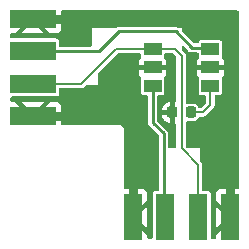
<source format=gtl>
%TF.GenerationSoftware,KiCad,Pcbnew,8.0.4*%
%TF.CreationDate,2024-08-07T00:56:22-04:00*%
%TF.ProjectId,ws2815-corner-left,77733238-3135-42d6-936f-726e65722d6c,rev?*%
%TF.SameCoordinates,Original*%
%TF.FileFunction,Copper,L1,Top*%
%TF.FilePolarity,Positive*%
%FSLAX46Y46*%
G04 Gerber Fmt 4.6, Leading zero omitted, Abs format (unit mm)*
G04 Created by KiCad (PCBNEW 8.0.4) date 2024-08-07 00:56:22*
%MOMM*%
%LPD*%
G01*
G04 APERTURE LIST*
G04 Aperture macros list*
%AMRoundRect*
0 Rectangle with rounded corners*
0 $1 Rounding radius*
0 $2 $3 $4 $5 $6 $7 $8 $9 X,Y pos of 4 corners*
0 Add a 4 corners polygon primitive as box body*
4,1,4,$2,$3,$4,$5,$6,$7,$8,$9,$2,$3,0*
0 Add four circle primitives for the rounded corners*
1,1,$1+$1,$2,$3*
1,1,$1+$1,$4,$5*
1,1,$1+$1,$6,$7*
1,1,$1+$1,$8,$9*
0 Add four rect primitives between the rounded corners*
20,1,$1+$1,$2,$3,$4,$5,0*
20,1,$1+$1,$4,$5,$6,$7,0*
20,1,$1+$1,$6,$7,$8,$9,0*
20,1,$1+$1,$8,$9,$2,$3,0*%
G04 Aperture macros list end*
%TA.AperFunction,SMDPad,CuDef*%
%ADD10R,4.000000X1.650000*%
%TD*%
%TA.AperFunction,SMDPad,CuDef*%
%ADD11R,1.650000X4.000000*%
%TD*%
%TA.AperFunction,SMDPad,CuDef*%
%ADD12R,1.500000X1.000000*%
%TD*%
%TA.AperFunction,SMDPad,CuDef*%
%ADD13RoundRect,0.225000X0.225000X0.250000X-0.225000X0.250000X-0.225000X-0.250000X0.225000X-0.250000X0*%
%TD*%
%TA.AperFunction,Conductor*%
%ADD14C,0.200000*%
%TD*%
%TA.AperFunction,Conductor*%
%ADD15C,0.762000*%
%TD*%
%TA.AperFunction,Conductor*%
%ADD16C,0.254000*%
%TD*%
G04 APERTURE END LIST*
D10*
%TO.P,J2,1,Pin_1*%
%TO.N,GND*%
X139786000Y-80325000D03*
%TO.P,J2,2,Pin_2*%
%TO.N,Net-(D1-DIN)*%
X139786000Y-77575000D03*
%TO.P,J2,3,Pin_3*%
%TO.N,Net-(D1-DOUT)*%
X139786000Y-74825000D03*
%TO.P,J2,4,Pin_4*%
%TO.N,+12V*%
X139786000Y-72075000D03*
%TD*%
D11*
%TO.P,J1,1,Pin_1*%
%TO.N,GND*%
X148275000Y-88900000D03*
%TO.P,J1,2,Pin_2*%
%TO.N,Net-(D1-BIN)*%
X151025000Y-88900000D03*
%TO.P,J1,3,Pin_3*%
%TO.N,Net-(D1-DIN)*%
X153775000Y-88900000D03*
%TO.P,J1,4,Pin_4*%
%TO.N,+12V*%
X156525000Y-88900000D03*
%TD*%
D12*
%TO.P,D1,1,VCC*%
%TO.N,Net-(D1-VCC)*%
X154850000Y-77800000D03*
%TO.P,D1,2,VDD*%
%TO.N,+12V*%
X154850000Y-76200000D03*
%TO.P,D1,3,DOUT*%
%TO.N,Net-(D1-DOUT)*%
X154850000Y-74600000D03*
%TO.P,D1,4,DIN*%
%TO.N,Net-(D1-DIN)*%
X149950000Y-74600000D03*
%TO.P,D1,5,GND*%
%TO.N,GND*%
X149950000Y-76200000D03*
%TO.P,D1,6,BIN*%
%TO.N,Net-(D1-BIN)*%
X149950000Y-77800000D03*
%TD*%
D13*
%TO.P,C1,1*%
%TO.N,Net-(D1-VCC)*%
X153175000Y-80010000D03*
%TO.P,C1,2*%
%TO.N,GND*%
X151625000Y-80010000D03*
%TD*%
D14*
%TO.N,Net-(D1-DIN)*%
X149950000Y-74600000D02*
X146888000Y-74600000D01*
X146888000Y-74600000D02*
X143913000Y-77575000D01*
X143913000Y-77575000D02*
X139786000Y-77575000D01*
X153775000Y-88900000D02*
X153775000Y-84433000D01*
X152425000Y-75209000D02*
X151816000Y-74600000D01*
X153775000Y-84433000D02*
X152400000Y-83058000D01*
X152425000Y-83033000D02*
X152425000Y-75209000D01*
X152400000Y-83058000D02*
X152425000Y-83033000D01*
X151816000Y-74600000D02*
X149950000Y-74600000D01*
%TO.N,Net-(D1-VCC)*%
X154850000Y-79338000D02*
X154178000Y-80010000D01*
X154850000Y-77800000D02*
X154850000Y-79338000D01*
X154178000Y-80010000D02*
X153175000Y-80010000D01*
D15*
%TO.N,+12V*%
X156525000Y-88900000D02*
X156464000Y-88839000D01*
X156464000Y-88839000D02*
X156464000Y-80010000D01*
X156464000Y-80010000D02*
X156774000Y-79700000D01*
X155956000Y-72136000D02*
X139847000Y-72136000D01*
X156774000Y-79700000D02*
X156774000Y-72954000D01*
X156774000Y-72954000D02*
X155956000Y-72136000D01*
X139847000Y-72136000D02*
X139786000Y-72075000D01*
D16*
%TO.N,Net-(D1-DOUT)*%
X154850000Y-74550000D02*
X153290000Y-74550000D01*
X153290000Y-74550000D02*
X151892000Y-73152000D01*
X151892000Y-73152000D02*
X147066000Y-73152000D01*
X147066000Y-73152000D02*
X145393000Y-74825000D01*
X145393000Y-74825000D02*
X139786000Y-74825000D01*
%TO.N,Net-(D1-BIN)*%
X151025000Y-88900000D02*
X150876000Y-88751000D01*
X149950000Y-80862000D02*
X149950000Y-77850000D01*
X150876000Y-88751000D02*
X150876000Y-81788000D01*
X150876000Y-81788000D02*
X149950000Y-80862000D01*
D15*
%TO.N,GND*%
X139786000Y-80325000D02*
X147381000Y-80325000D01*
X147381000Y-80325000D02*
X148275000Y-81219000D01*
X148275000Y-81219000D02*
X148275000Y-88900000D01*
%TD*%
%TA.AperFunction,Conductor*%
%TO.N,+12V*%
G36*
X157192031Y-71385713D02*
G01*
X157228576Y-71436013D01*
X157233500Y-71467100D01*
X157233500Y-86399400D01*
X157214287Y-86458531D01*
X157163987Y-86495076D01*
X157132900Y-86500000D01*
X155668521Y-86500000D01*
X155574849Y-86514835D01*
X155461955Y-86572358D01*
X155372358Y-86661955D01*
X155314835Y-86774851D01*
X155314834Y-86774854D01*
X155300000Y-86868512D01*
X155300000Y-87392157D01*
X156736707Y-88828864D01*
X156764933Y-88884262D01*
X156755207Y-88945670D01*
X156736707Y-88971134D01*
X155300000Y-90407841D01*
X155300000Y-90407842D01*
X155300001Y-90584899D01*
X155280788Y-90644031D01*
X155230489Y-90680576D01*
X155199401Y-90685500D01*
X154955100Y-90685500D01*
X154895969Y-90666287D01*
X154859424Y-90615987D01*
X154854500Y-90584900D01*
X154854500Y-89842155D01*
X155300000Y-89842155D01*
X156242156Y-88899999D01*
X155300000Y-87957843D01*
X155300000Y-89842155D01*
X154854500Y-89842155D01*
X154854499Y-86874934D01*
X154853222Y-86868512D01*
X154839734Y-86800699D01*
X154839732Y-86800697D01*
X154839732Y-86800695D01*
X154783485Y-86716517D01*
X154783483Y-86716515D01*
X154741678Y-86688582D01*
X154699301Y-86660266D01*
X154699300Y-86660265D01*
X154699299Y-86660265D01*
X154643498Y-86649166D01*
X154625067Y-86645500D01*
X154625066Y-86645500D01*
X154230100Y-86645500D01*
X154170969Y-86626287D01*
X154134424Y-86575987D01*
X154129500Y-86544900D01*
X154129500Y-84386329D01*
X154105341Y-84296168D01*
X154058671Y-84215332D01*
X154058670Y-84215331D01*
X153992668Y-84149328D01*
X153992668Y-84149329D01*
X153953465Y-84110126D01*
X153925239Y-84054728D01*
X153924000Y-84038991D01*
X153924000Y-83058000D01*
X152943009Y-83058000D01*
X152883878Y-83038787D01*
X152871874Y-83028535D01*
X152808965Y-82965626D01*
X152780739Y-82910228D01*
X152779500Y-82894491D01*
X152779500Y-80838095D01*
X152798713Y-80778964D01*
X152849013Y-80742419D01*
X152890856Y-80738072D01*
X152900827Y-80739144D01*
X152904134Y-80739500D01*
X152904136Y-80739500D01*
X153445864Y-80739500D01*
X153502973Y-80733360D01*
X153632163Y-80685175D01*
X153742544Y-80602544D01*
X153825175Y-80492163D01*
X153848381Y-80429945D01*
X153887046Y-80381256D01*
X153942638Y-80364500D01*
X154224671Y-80364500D01*
X154314832Y-80340341D01*
X154395668Y-80293671D01*
X155133671Y-79555668D01*
X155180342Y-79474831D01*
X155204501Y-79384671D01*
X155204501Y-79291328D01*
X155204501Y-79285168D01*
X155204500Y-79285150D01*
X155204500Y-78655099D01*
X155223713Y-78595968D01*
X155274013Y-78559423D01*
X155305100Y-78554499D01*
X155625066Y-78554499D01*
X155699301Y-78539734D01*
X155783484Y-78483484D01*
X155839734Y-78399301D01*
X155854500Y-78325067D01*
X155854499Y-77274934D01*
X155839734Y-77200699D01*
X155839732Y-77200697D01*
X155839732Y-77200695D01*
X155815076Y-77163795D01*
X155798199Y-77103955D01*
X155819718Y-77045624D01*
X155832521Y-77033314D01*
X155832446Y-77033239D01*
X155927641Y-76938044D01*
X155985164Y-76825148D01*
X155985165Y-76825145D01*
X155999999Y-76731487D01*
X156000000Y-76731483D01*
X156000000Y-76400000D01*
X153700001Y-76400000D01*
X153700001Y-76731478D01*
X153714835Y-76825150D01*
X153772358Y-76938044D01*
X153867554Y-77033239D01*
X153866245Y-77034547D01*
X153896957Y-77076827D01*
X153896951Y-77139002D01*
X153884925Y-77163794D01*
X153860265Y-77200700D01*
X153845500Y-77274933D01*
X153845500Y-78325065D01*
X153860266Y-78399301D01*
X153860267Y-78399304D01*
X153916514Y-78483482D01*
X153916515Y-78483483D01*
X153916516Y-78483484D01*
X154000699Y-78539734D01*
X154074933Y-78554500D01*
X154394900Y-78554499D01*
X154454031Y-78573712D01*
X154490576Y-78624012D01*
X154495500Y-78655099D01*
X154495500Y-79149491D01*
X154476287Y-79208622D01*
X154466035Y-79220626D01*
X154060626Y-79626035D01*
X154005228Y-79654261D01*
X153989491Y-79655500D01*
X153942638Y-79655500D01*
X153883507Y-79636287D01*
X153848381Y-79590055D01*
X153825177Y-79527841D01*
X153825174Y-79527835D01*
X153785495Y-79474831D01*
X153742544Y-79417456D01*
X153687353Y-79376140D01*
X153632164Y-79334825D01*
X153632160Y-79334823D01*
X153502973Y-79286640D01*
X153445864Y-79280500D01*
X152904136Y-79280500D01*
X152890854Y-79281928D01*
X152830008Y-79269146D01*
X152788295Y-79223040D01*
X152779500Y-79181904D01*
X152779500Y-75162329D01*
X152755341Y-75072168D01*
X152708671Y-74991332D01*
X152708670Y-74991331D01*
X152642668Y-74925328D01*
X152642668Y-74925329D01*
X152429465Y-74712126D01*
X152401239Y-74656728D01*
X152400000Y-74640991D01*
X152400000Y-74442392D01*
X152419213Y-74383261D01*
X152469513Y-74346716D01*
X152531687Y-74346716D01*
X152571735Y-74371257D01*
X152981206Y-74780728D01*
X152981227Y-74780751D01*
X153055749Y-74855272D01*
X153055753Y-74855276D01*
X153090306Y-74875225D01*
X153142747Y-74905502D01*
X153239775Y-74931501D01*
X153346386Y-74931501D01*
X153346402Y-74931500D01*
X153744901Y-74931500D01*
X153804032Y-74950713D01*
X153840577Y-75001013D01*
X153845501Y-75032100D01*
X153845501Y-75125066D01*
X153856527Y-75180501D01*
X153860266Y-75199301D01*
X153860267Y-75199304D01*
X153884923Y-75236203D01*
X153901800Y-75296042D01*
X153880282Y-75354374D01*
X153867478Y-75366686D01*
X153867553Y-75366761D01*
X153772358Y-75461955D01*
X153714835Y-75574851D01*
X153714834Y-75574854D01*
X153700000Y-75668512D01*
X153700000Y-76000000D01*
X155999999Y-76000000D01*
X155999999Y-75668521D01*
X155985164Y-75574849D01*
X155927641Y-75461955D01*
X155832447Y-75366761D01*
X155833755Y-75365452D01*
X155803044Y-75323178D01*
X155803046Y-75261003D01*
X155815074Y-75236206D01*
X155839734Y-75199301D01*
X155854500Y-75125067D01*
X155854499Y-74074934D01*
X155839734Y-74000699D01*
X155839732Y-74000697D01*
X155839732Y-74000695D01*
X155783485Y-73916517D01*
X155783483Y-73916515D01*
X155699302Y-73860267D01*
X155699301Y-73860266D01*
X155699300Y-73860265D01*
X155699299Y-73860265D01*
X155643498Y-73849166D01*
X155625067Y-73845500D01*
X155625066Y-73845500D01*
X154074934Y-73845500D01*
X154000698Y-73860266D01*
X154000695Y-73860267D01*
X153916517Y-73916514D01*
X153916515Y-73916516D01*
X153860265Y-74000700D01*
X153845499Y-74074937D01*
X153845221Y-74077762D01*
X153844700Y-74078951D01*
X153844536Y-74079780D01*
X153844354Y-74079743D01*
X153820305Y-74134725D01*
X153766664Y-74166163D01*
X153745106Y-74168500D01*
X153489692Y-74168500D01*
X153430561Y-74149287D01*
X153418557Y-74139035D01*
X152429465Y-73149942D01*
X152401239Y-73094544D01*
X152400000Y-73078807D01*
X152400000Y-72898000D01*
X152219192Y-72898000D01*
X152160061Y-72878787D01*
X152148063Y-72868540D01*
X152126247Y-72846724D01*
X152039254Y-72796499D01*
X152039247Y-72796496D01*
X151942229Y-72770500D01*
X151942225Y-72770500D01*
X147015775Y-72770500D01*
X147015770Y-72770500D01*
X146918752Y-72796496D01*
X146918745Y-72796499D01*
X146850137Y-72836109D01*
X146831753Y-72846724D01*
X146809940Y-72868536D01*
X146754545Y-72896761D01*
X146738808Y-72898000D01*
X144780000Y-72898000D01*
X144780000Y-74342900D01*
X144760787Y-74402031D01*
X144710487Y-74438576D01*
X144679400Y-74443500D01*
X142141099Y-74443500D01*
X142081968Y-74424287D01*
X142045423Y-74373987D01*
X142040499Y-74342900D01*
X142040499Y-73974934D01*
X142025734Y-73900699D01*
X142025732Y-73900697D01*
X142025732Y-73900695D01*
X141969485Y-73816517D01*
X141969483Y-73816515D01*
X141927678Y-73788582D01*
X141885301Y-73760266D01*
X141885300Y-73760265D01*
X141885299Y-73760265D01*
X141829498Y-73749166D01*
X141811067Y-73745500D01*
X141811066Y-73745500D01*
X138015100Y-73745500D01*
X137955969Y-73726287D01*
X137919424Y-73675987D01*
X137914500Y-73644900D01*
X137914500Y-73400599D01*
X137933713Y-73341468D01*
X137984013Y-73304923D01*
X138015100Y-73299999D01*
X138278158Y-73299999D01*
X138843843Y-73299999D01*
X140728156Y-73299999D01*
X139786000Y-72357843D01*
X138843843Y-73299999D01*
X138278158Y-73299999D01*
X139714864Y-71863292D01*
X139770262Y-71835066D01*
X139831670Y-71844792D01*
X139857134Y-71863292D01*
X141293841Y-73299999D01*
X141817478Y-73299999D01*
X141911150Y-73285164D01*
X142024044Y-73227641D01*
X142113641Y-73138044D01*
X142171164Y-73025148D01*
X142171165Y-73025145D01*
X142185999Y-72931487D01*
X142185999Y-71467100D01*
X142205212Y-71407969D01*
X142255512Y-71371424D01*
X142286599Y-71366500D01*
X157132900Y-71366500D01*
X157192031Y-71385713D01*
G37*
%TD.AperFunction*%
%TD*%
%TA.AperFunction,Conductor*%
%TO.N,GND*%
G36*
X148904032Y-74973713D02*
G01*
X148940577Y-75024013D01*
X148945501Y-75055100D01*
X148945501Y-75125066D01*
X148956527Y-75180501D01*
X148960266Y-75199301D01*
X148960267Y-75199304D01*
X148984923Y-75236203D01*
X149001800Y-75296042D01*
X148980282Y-75354374D01*
X148967478Y-75366686D01*
X148967553Y-75366761D01*
X148872358Y-75461955D01*
X148814835Y-75574851D01*
X148814834Y-75574854D01*
X148800000Y-75668512D01*
X148800000Y-76000000D01*
X151099999Y-76000000D01*
X151099999Y-75668521D01*
X151085164Y-75574849D01*
X151027641Y-75461955D01*
X150932447Y-75366761D01*
X150933755Y-75365452D01*
X150903044Y-75323178D01*
X150903046Y-75261003D01*
X150915074Y-75236206D01*
X150939734Y-75199301D01*
X150954500Y-75125067D01*
X150954500Y-75055100D01*
X150973713Y-74995969D01*
X151024013Y-74959424D01*
X151055100Y-74954500D01*
X151627491Y-74954500D01*
X151686622Y-74973713D01*
X151698626Y-74983965D01*
X151862535Y-75147874D01*
X151890761Y-75203272D01*
X151892000Y-75219009D01*
X151892000Y-79034400D01*
X151872787Y-79093531D01*
X151849683Y-79110316D01*
X151825000Y-79135000D01*
X151825000Y-80885000D01*
X151841172Y-80901172D01*
X151850531Y-80904213D01*
X151887076Y-80954513D01*
X151892000Y-80985600D01*
X151892000Y-82957400D01*
X151872787Y-83016531D01*
X151822487Y-83053076D01*
X151791400Y-83058000D01*
X151358100Y-83058000D01*
X151298969Y-83038787D01*
X151262424Y-82988487D01*
X151257500Y-82957400D01*
X151257500Y-81846341D01*
X151257501Y-81846328D01*
X151257501Y-81737775D01*
X151257500Y-81737772D01*
X151231502Y-81640747D01*
X151181276Y-81553753D01*
X150360965Y-80733442D01*
X150332739Y-80678044D01*
X150331500Y-80662307D01*
X150331500Y-80323122D01*
X150775000Y-80323122D01*
X150777789Y-80358552D01*
X150821843Y-80510187D01*
X150821844Y-80510188D01*
X150902228Y-80646110D01*
X151013889Y-80757771D01*
X151149811Y-80838155D01*
X151149812Y-80838156D01*
X151301447Y-80882210D01*
X151336877Y-80884999D01*
X151336898Y-80885000D01*
X151425000Y-80885000D01*
X151425000Y-80210000D01*
X150775000Y-80210000D01*
X150775000Y-80323122D01*
X150331500Y-80323122D01*
X150331500Y-79696877D01*
X150775000Y-79696877D01*
X150775000Y-79810000D01*
X151425000Y-79810000D01*
X151425000Y-79135000D01*
X151336877Y-79135000D01*
X151301447Y-79137789D01*
X151149812Y-79181843D01*
X151149811Y-79181844D01*
X151013889Y-79262228D01*
X150902228Y-79373889D01*
X150821844Y-79509811D01*
X150821843Y-79509812D01*
X150777789Y-79661447D01*
X150775000Y-79696877D01*
X150331500Y-79696877D01*
X150331500Y-78655099D01*
X150350713Y-78595968D01*
X150401013Y-78559423D01*
X150432100Y-78554499D01*
X150725066Y-78554499D01*
X150799301Y-78539734D01*
X150883484Y-78483484D01*
X150939734Y-78399301D01*
X150954500Y-78325067D01*
X150954499Y-77274934D01*
X150939734Y-77200699D01*
X150939732Y-77200697D01*
X150939732Y-77200695D01*
X150915076Y-77163795D01*
X150898199Y-77103955D01*
X150919718Y-77045624D01*
X150932521Y-77033314D01*
X150932446Y-77033239D01*
X151027641Y-76938044D01*
X151085164Y-76825148D01*
X151085165Y-76825145D01*
X151099999Y-76731487D01*
X151100000Y-76731483D01*
X151100000Y-76400000D01*
X148800001Y-76400000D01*
X148800001Y-76731478D01*
X148814835Y-76825150D01*
X148872358Y-76938044D01*
X148967554Y-77033239D01*
X148966245Y-77034547D01*
X148996957Y-77076827D01*
X148996951Y-77139002D01*
X148984925Y-77163794D01*
X148960265Y-77200700D01*
X148945500Y-77274933D01*
X148945500Y-78325065D01*
X148960266Y-78399301D01*
X148960267Y-78399304D01*
X149016514Y-78483482D01*
X149016515Y-78483483D01*
X149016516Y-78483484D01*
X149100699Y-78539734D01*
X149174933Y-78554500D01*
X149467900Y-78554499D01*
X149527031Y-78573712D01*
X149563576Y-78624012D01*
X149568500Y-78655099D01*
X149568500Y-80912229D01*
X149594496Y-81009247D01*
X149594499Y-81009254D01*
X149644724Y-81096247D01*
X150465036Y-81916559D01*
X150493261Y-81971955D01*
X150494500Y-81987692D01*
X150494500Y-86544900D01*
X150475287Y-86604031D01*
X150424987Y-86640576D01*
X150393900Y-86645500D01*
X150174934Y-86645500D01*
X150100698Y-86660266D01*
X150100695Y-86660267D01*
X150016517Y-86716514D01*
X150016515Y-86716516D01*
X149960265Y-86800700D01*
X149945500Y-86874933D01*
X149945501Y-90584900D01*
X149926288Y-90644031D01*
X149875988Y-90680576D01*
X149844901Y-90685500D01*
X149600600Y-90685500D01*
X149541469Y-90666287D01*
X149504924Y-90615987D01*
X149500000Y-90584901D01*
X149499999Y-90407844D01*
X149499998Y-90407842D01*
X148063291Y-88971135D01*
X148035065Y-88915737D01*
X148037558Y-88899999D01*
X148557843Y-88899999D01*
X148557843Y-88900000D01*
X149499999Y-89842156D01*
X149499999Y-87957843D01*
X148557843Y-88899999D01*
X148037558Y-88899999D01*
X148044791Y-88854329D01*
X148063291Y-88828865D01*
X148275000Y-88617157D01*
X149499999Y-87392157D01*
X149499999Y-86868521D01*
X149485164Y-86774849D01*
X149427641Y-86661955D01*
X149338044Y-86572358D01*
X149225148Y-86514835D01*
X149225145Y-86514834D01*
X149131487Y-86500000D01*
X147667100Y-86500000D01*
X147607969Y-86480787D01*
X147571424Y-86430487D01*
X147566500Y-86399400D01*
X147566500Y-81468109D01*
X147566499Y-81468102D01*
X147532393Y-81340817D01*
X147532391Y-81340812D01*
X147466499Y-81226685D01*
X147373314Y-81133500D01*
X147373315Y-81133500D01*
X147259187Y-81067608D01*
X147259182Y-81067606D01*
X147131897Y-81033500D01*
X147131892Y-81033500D01*
X142286600Y-81033500D01*
X142227469Y-81014287D01*
X142190924Y-80963987D01*
X142186000Y-80932900D01*
X142185999Y-79468521D01*
X142171164Y-79374849D01*
X142113641Y-79261955D01*
X142024044Y-79172358D01*
X141911148Y-79114835D01*
X141911145Y-79114834D01*
X141817487Y-79100000D01*
X141293841Y-79100000D01*
X140039388Y-80354452D01*
X140039377Y-80354466D01*
X139857135Y-80536708D01*
X139801737Y-80564934D01*
X139740329Y-80555208D01*
X139714865Y-80536708D01*
X139517307Y-80339150D01*
X139517305Y-80339147D01*
X138278158Y-79100000D01*
X138843843Y-79100000D01*
X139785999Y-80042156D01*
X140728156Y-79100000D01*
X138843843Y-79100000D01*
X138278158Y-79100000D01*
X138015100Y-79100000D01*
X137955969Y-79080787D01*
X137919424Y-79030487D01*
X137914500Y-78999400D01*
X137914500Y-78755099D01*
X137933713Y-78695968D01*
X137984013Y-78659423D01*
X138015100Y-78654499D01*
X141811066Y-78654499D01*
X141885301Y-78639734D01*
X141969484Y-78583484D01*
X142025734Y-78499301D01*
X142040500Y-78425067D01*
X142040500Y-78030100D01*
X142059713Y-77970969D01*
X142110013Y-77934424D01*
X142141100Y-77929500D01*
X143959671Y-77929500D01*
X144049832Y-77905341D01*
X144130668Y-77858671D01*
X144235874Y-77753465D01*
X144291272Y-77725238D01*
X144307009Y-77724000D01*
X145288000Y-77724000D01*
X145288000Y-76743008D01*
X145307213Y-76683877D01*
X145317461Y-76671877D01*
X147005373Y-74983964D01*
X147060771Y-74955739D01*
X147076508Y-74954500D01*
X148844901Y-74954500D01*
X148904032Y-74973713D01*
G37*
%TD.AperFunction*%
%TD*%
M02*

</source>
